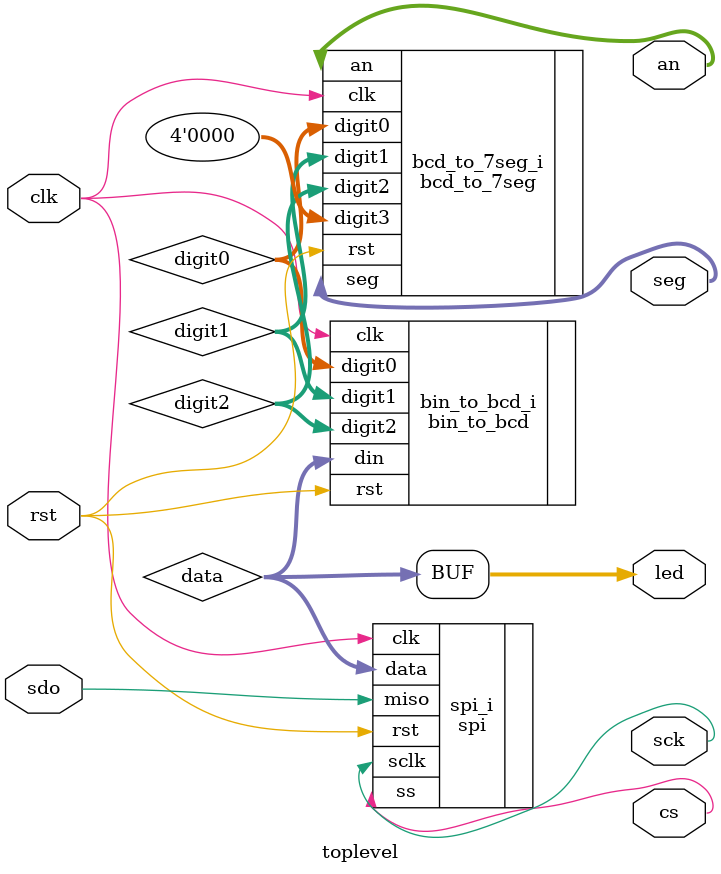
<source format=v>
/********************************************************************/
/*                                                                  */
/* A fenymero szenzorbol olvasott erteket megjeleniti a             */
/* hetszegmenses kijelzokon es a LED-eken. A PmodALS modult az A    */
/* port felso reszebe kell csatlakoztatni.                          */
/*                                                                  */
/********************************************************************/

`timescale 1ns / 1ps

module toplevel(
	input clk,       //rendszerorajel (100 MHz)
	input rst,       //reset
	input sdo,       //adat a szenzortol
	output cs,       //szenzor Chip Select
	output sck,      //szenzor orajel
	output[7:0] led, //LED-ek
	output[3:0] an,  //anodjelek
	output[7:0] seg  //szegmensjelek
);
	
	wire[7:0] data;
	wire[3:0] digit0, digit1, digit2;

	spi spi_i(
		.clk(clk),
		.rst(rst),
		.miso(sdo),
		.sclk(sck),
		.ss(cs),
		.data(data)
	);
	
	bin_to_bcd bin_to_bcd_i(
		.clk(clk),
		.rst(rst),
		.din(data),
		.digit2(digit2),
		.digit1(digit1),
		.digit0(digit0)
	);
	
	bcd_to_7seg bcd_to_7seg_i(
		.clk(clk),
		.rst(rst),
		.digit0(digit0),
		.digit1(digit1),
		.digit2(digit2),
		.digit3(4'b0000),
		.an(an),
		.seg(seg)
	);
	
	assign led=data;

endmodule

</source>
